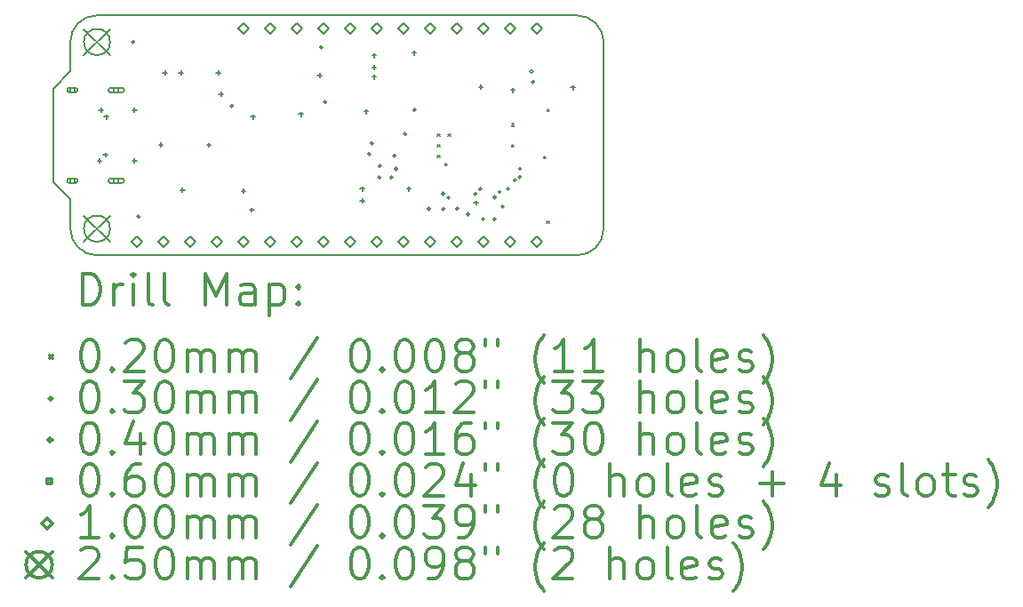
<source format=gbr>
%FSLAX45Y45*%
G04 Gerber Fmt 4.5, Leading zero omitted, Abs format (unit mm)*
G04 Created by KiCad (PCBNEW (5.1.7-0-10_14)) date 2020-10-21 09:18:24*
%MOMM*%
%LPD*%
G01*
G04 APERTURE LIST*
%TA.AperFunction,Profile*%
%ADD10C,0.150000*%
%TD*%
%ADD11C,0.200000*%
%ADD12C,0.300000*%
G04 APERTURE END LIST*
D10*
X12954000Y-10414000D02*
G75*
G02*
X12700000Y-10160000I0J254000D01*
G01*
X12700000Y-9880600D02*
X12700000Y-10160000D01*
X12534900Y-9715500D02*
X12700000Y-9880600D01*
X12534900Y-8826500D02*
X12534900Y-9715500D01*
X12534900Y-8826500D02*
X12700000Y-8661400D01*
X12700000Y-8382000D02*
X12700000Y-8661400D01*
X12700000Y-8382000D02*
G75*
G02*
X12954000Y-8128000I254000J0D01*
G01*
X17780000Y-10160000D02*
G75*
G02*
X17526000Y-10414000I-254000J0D01*
G01*
X17526000Y-8128000D02*
X12954000Y-8128000D01*
X17526000Y-8128000D02*
G75*
G02*
X17780000Y-8382000I0J-254000D01*
G01*
X12954000Y-10414000D02*
X17526000Y-10414000D01*
X17780000Y-10160000D02*
X17780000Y-8382000D01*
D11*
X16200000Y-9260000D02*
X16220000Y-9280000D01*
X16220000Y-9260000D02*
X16200000Y-9280000D01*
X16200000Y-9360000D02*
X16220000Y-9380000D01*
X16220000Y-9360000D02*
X16200000Y-9380000D01*
X16200000Y-9460000D02*
X16220000Y-9480000D01*
X16220000Y-9460000D02*
X16200000Y-9480000D01*
X16270000Y-9540000D02*
X16290000Y-9560000D01*
X16290000Y-9540000D02*
X16270000Y-9560000D01*
X16300000Y-9260000D02*
X16320000Y-9280000D01*
X16320000Y-9260000D02*
X16300000Y-9280000D01*
X16300000Y-9260000D02*
X16320000Y-9280000D01*
X16320000Y-9260000D02*
X16300000Y-9280000D01*
X16903000Y-9162000D02*
X16923000Y-9182000D01*
X16923000Y-9162000D02*
X16903000Y-9182000D01*
X16903000Y-9362000D02*
X16923000Y-9382000D01*
X16923000Y-9362000D02*
X16903000Y-9382000D01*
X17210000Y-9470000D02*
X17230000Y-9490000D01*
X17230000Y-9470000D02*
X17210000Y-9490000D01*
X17240000Y-10090000D02*
X17260000Y-10110000D01*
X17260000Y-10090000D02*
X17240000Y-10110000D01*
X17242000Y-9019000D02*
X17262000Y-9039000D01*
X17262000Y-9019000D02*
X17242000Y-9039000D01*
X13311900Y-8382000D02*
G75*
G03*
X13311900Y-8382000I-15000J0D01*
G01*
X13362700Y-10045700D02*
G75*
G03*
X13362700Y-10045700I-15000J0D01*
G01*
X14251700Y-8991600D02*
G75*
G03*
X14251700Y-8991600I-15000J0D01*
G01*
X15102600Y-8432800D02*
G75*
G03*
X15102600Y-8432800I-15000J0D01*
G01*
X15140700Y-8953500D02*
G75*
G03*
X15140700Y-8953500I-15000J0D01*
G01*
X15560387Y-9449388D02*
G75*
G03*
X15560387Y-9449388I-15000J0D01*
G01*
X15585200Y-9347200D02*
G75*
G03*
X15585200Y-9347200I-15000J0D01*
G01*
X15659251Y-9673101D02*
G75*
G03*
X15659251Y-9673101I-15000J0D01*
G01*
X15661389Y-9563089D02*
G75*
G03*
X15661389Y-9563089I-15000J0D01*
G01*
X15773896Y-9673407D02*
G75*
G03*
X15773896Y-9673407I-15000J0D01*
G01*
X15802616Y-9464319D02*
G75*
G03*
X15802616Y-9464319I-15000J0D01*
G01*
X15818897Y-9590323D02*
G75*
G03*
X15818897Y-9590323I-15000J0D01*
G01*
X15902700Y-9258300D02*
G75*
G03*
X15902700Y-9258300I-15000J0D01*
G01*
X15991600Y-9029699D02*
G75*
G03*
X15991600Y-9029699I-15000J0D01*
G01*
X16131300Y-9972498D02*
G75*
G03*
X16131300Y-9972498I-15000J0D01*
G01*
X16264992Y-9826290D02*
G75*
G03*
X16264992Y-9826290I-15000J0D01*
G01*
X16269320Y-9972498D02*
G75*
G03*
X16269320Y-9972498I-15000J0D01*
G01*
X16316352Y-9866132D02*
G75*
G03*
X16316352Y-9866132I-15000J0D01*
G01*
X16399917Y-9967994D02*
G75*
G03*
X16399917Y-9967994I-15000J0D01*
G01*
X16502481Y-10020764D02*
G75*
G03*
X16502481Y-10020764I-15000J0D01*
G01*
X16573548Y-9829879D02*
G75*
G03*
X16573548Y-9829879I-15000J0D01*
G01*
X16619310Y-9783716D02*
G75*
G03*
X16619310Y-9783716I-15000J0D01*
G01*
X16647729Y-10069498D02*
G75*
G03*
X16647729Y-10069498I-15000J0D01*
G01*
X16755000Y-10070000D02*
G75*
G03*
X16755000Y-10070000I-15000J0D01*
G01*
X16755867Y-9860867D02*
G75*
G03*
X16755867Y-9860867I-15000J0D01*
G01*
X16805000Y-9810000D02*
G75*
G03*
X16805000Y-9810000I-15000J0D01*
G01*
X16835000Y-9949999D02*
G75*
G03*
X16835000Y-9949999I-15000J0D01*
G01*
X16884650Y-9780350D02*
G75*
G03*
X16884650Y-9780350I-15000J0D01*
G01*
X16948098Y-9698554D02*
G75*
G03*
X16948098Y-9698554I-15000J0D01*
G01*
X16997598Y-9590000D02*
G75*
G03*
X16997598Y-9590000I-15000J0D01*
G01*
X16997598Y-9668906D02*
G75*
G03*
X16997598Y-9668906I-15000J0D01*
G01*
X17107800Y-8661400D02*
G75*
G03*
X17107800Y-8661400I-15000J0D01*
G01*
X17121900Y-8763000D02*
G75*
G03*
X17121900Y-8763000I-15000J0D01*
G01*
X12979401Y-9492301D02*
X12979401Y-9532301D01*
X12959401Y-9512301D02*
X12999401Y-9512301D01*
X12992100Y-9009700D02*
X12992100Y-9049700D01*
X12972100Y-9029700D02*
X13012100Y-9029700D01*
X13036551Y-9435151D02*
X13036551Y-9475151D01*
X13016551Y-9455151D02*
X13056551Y-9455151D01*
X13042900Y-9073201D02*
X13042900Y-9113201D01*
X13022900Y-9093201D02*
X13062900Y-9093201D01*
X13310000Y-9010000D02*
X13310000Y-9050000D01*
X13290000Y-9030000D02*
X13330000Y-9030000D01*
X13310000Y-9490000D02*
X13310000Y-9530000D01*
X13290000Y-9510000D02*
X13330000Y-9510000D01*
X13563600Y-9339900D02*
X13563600Y-9379900D01*
X13543600Y-9359900D02*
X13583600Y-9359900D01*
X13601700Y-8654100D02*
X13601700Y-8694100D01*
X13581700Y-8674100D02*
X13621700Y-8674100D01*
X13754100Y-8654100D02*
X13754100Y-8694100D01*
X13734100Y-8674100D02*
X13774100Y-8674100D01*
X13770000Y-9770000D02*
X13770000Y-9810000D01*
X13750000Y-9790000D02*
X13790000Y-9790000D01*
X14020800Y-9342701D02*
X14020800Y-9382701D01*
X14000800Y-9362701D02*
X14040800Y-9362701D01*
X14109700Y-8654100D02*
X14109700Y-8694100D01*
X14089700Y-8674100D02*
X14129700Y-8674100D01*
X14135100Y-8857300D02*
X14135100Y-8897300D01*
X14115100Y-8877300D02*
X14155100Y-8877300D01*
X14350000Y-9780000D02*
X14350000Y-9820000D01*
X14330000Y-9800000D02*
X14370000Y-9800000D01*
X14430000Y-9960000D02*
X14430000Y-10000000D01*
X14410000Y-9980000D02*
X14450000Y-9980000D01*
X14439900Y-9073200D02*
X14439900Y-9113200D01*
X14419900Y-9093200D02*
X14459900Y-9093200D01*
X14897100Y-9047800D02*
X14897100Y-9087800D01*
X14877100Y-9067800D02*
X14917100Y-9067800D01*
X15074900Y-8679500D02*
X15074900Y-8719500D01*
X15054900Y-8699500D02*
X15094900Y-8699500D01*
X15481300Y-9759000D02*
X15481300Y-9799000D01*
X15461300Y-9779000D02*
X15501300Y-9779000D01*
X15481300Y-9873300D02*
X15481300Y-9913300D01*
X15461300Y-9893300D02*
X15501300Y-9893300D01*
X15519400Y-9022400D02*
X15519400Y-9062400D01*
X15499400Y-9042400D02*
X15539400Y-9042400D01*
X15595600Y-8489000D02*
X15595600Y-8529000D01*
X15575600Y-8509000D02*
X15615600Y-8509000D01*
X15595600Y-8603300D02*
X15595600Y-8643300D01*
X15575600Y-8623300D02*
X15615600Y-8623300D01*
X15595600Y-8692200D02*
X15595600Y-8732200D01*
X15575600Y-8712200D02*
X15615600Y-8712200D01*
X15925800Y-9759000D02*
X15925800Y-9799000D01*
X15905800Y-9779000D02*
X15945800Y-9779000D01*
X15976600Y-8463600D02*
X15976600Y-8503600D01*
X15956600Y-8483600D02*
X15996600Y-8483600D01*
X16564335Y-9892177D02*
X16564335Y-9932177D01*
X16544335Y-9912177D02*
X16584335Y-9912177D01*
X16610000Y-8790000D02*
X16610000Y-8830000D01*
X16590000Y-8810000D02*
X16630000Y-8810000D01*
X16916400Y-8819200D02*
X16916400Y-8859200D01*
X16896400Y-8839200D02*
X16936400Y-8839200D01*
X17487900Y-8793800D02*
X17487900Y-8833800D01*
X17467900Y-8813800D02*
X17507900Y-8813800D01*
X12740713Y-8859813D02*
X12740713Y-8817387D01*
X12698287Y-8817387D01*
X12698287Y-8859813D01*
X12740713Y-8859813D01*
X12749500Y-8818600D02*
X12689500Y-8818600D01*
X12749500Y-8858600D02*
X12689500Y-8858600D01*
X12689500Y-8818600D02*
G75*
G03*
X12689500Y-8858600I0J-20000D01*
G01*
X12749500Y-8858600D02*
G75*
G03*
X12749500Y-8818600I0J20000D01*
G01*
X12740713Y-9723813D02*
X12740713Y-9681387D01*
X12698287Y-9681387D01*
X12698287Y-9723813D01*
X12740713Y-9723813D01*
X12749500Y-9682600D02*
X12689500Y-9682600D01*
X12749500Y-9722600D02*
X12689500Y-9722600D01*
X12689500Y-9682600D02*
G75*
G03*
X12689500Y-9722600I0J-20000D01*
G01*
X12749500Y-9722600D02*
G75*
G03*
X12749500Y-9682600I0J20000D01*
G01*
X13158713Y-8859813D02*
X13158713Y-8817387D01*
X13116287Y-8817387D01*
X13116287Y-8859813D01*
X13158713Y-8859813D01*
X13192500Y-8818600D02*
X13082500Y-8818600D01*
X13192500Y-8858600D02*
X13082500Y-8858600D01*
X13082500Y-8818600D02*
G75*
G03*
X13082500Y-8858600I0J-20000D01*
G01*
X13192500Y-8858600D02*
G75*
G03*
X13192500Y-8818600I0J20000D01*
G01*
X13158713Y-9723813D02*
X13158713Y-9681387D01*
X13116287Y-9681387D01*
X13116287Y-9723813D01*
X13158713Y-9723813D01*
X13192500Y-9682600D02*
X13082500Y-9682600D01*
X13192500Y-9722600D02*
X13082500Y-9722600D01*
X13082500Y-9682600D02*
G75*
G03*
X13082500Y-9722600I0J-20000D01*
G01*
X13192500Y-9722600D02*
G75*
G03*
X13192500Y-9682600I0J20000D01*
G01*
X13335000Y-10337000D02*
X13385000Y-10287000D01*
X13335000Y-10237000D01*
X13285000Y-10287000D01*
X13335000Y-10337000D01*
X13589000Y-10337000D02*
X13639000Y-10287000D01*
X13589000Y-10237000D01*
X13539000Y-10287000D01*
X13589000Y-10337000D01*
X13843000Y-10337000D02*
X13893000Y-10287000D01*
X13843000Y-10237000D01*
X13793000Y-10287000D01*
X13843000Y-10337000D01*
X14097000Y-10337000D02*
X14147000Y-10287000D01*
X14097000Y-10237000D01*
X14047000Y-10287000D01*
X14097000Y-10337000D01*
X14351000Y-10337000D02*
X14401000Y-10287000D01*
X14351000Y-10237000D01*
X14301000Y-10287000D01*
X14351000Y-10337000D01*
X14605000Y-10337000D02*
X14655000Y-10287000D01*
X14605000Y-10237000D01*
X14555000Y-10287000D01*
X14605000Y-10337000D01*
X14859000Y-10337000D02*
X14909000Y-10287000D01*
X14859000Y-10237000D01*
X14809000Y-10287000D01*
X14859000Y-10337000D01*
X15113000Y-10337000D02*
X15163000Y-10287000D01*
X15113000Y-10237000D01*
X15063000Y-10287000D01*
X15113000Y-10337000D01*
X15367000Y-10337000D02*
X15417000Y-10287000D01*
X15367000Y-10237000D01*
X15317000Y-10287000D01*
X15367000Y-10337000D01*
X15621000Y-10337000D02*
X15671000Y-10287000D01*
X15621000Y-10237000D01*
X15571000Y-10287000D01*
X15621000Y-10337000D01*
X15875000Y-10337000D02*
X15925000Y-10287000D01*
X15875000Y-10237000D01*
X15825000Y-10287000D01*
X15875000Y-10337000D01*
X16129000Y-10337000D02*
X16179000Y-10287000D01*
X16129000Y-10237000D01*
X16079000Y-10287000D01*
X16129000Y-10337000D01*
X16383000Y-10337000D02*
X16433000Y-10287000D01*
X16383000Y-10237000D01*
X16333000Y-10287000D01*
X16383000Y-10337000D01*
X16637000Y-10337000D02*
X16687000Y-10287000D01*
X16637000Y-10237000D01*
X16587000Y-10287000D01*
X16637000Y-10337000D01*
X16891000Y-10337000D02*
X16941000Y-10287000D01*
X16891000Y-10237000D01*
X16841000Y-10287000D01*
X16891000Y-10337000D01*
X17145000Y-10337000D02*
X17195000Y-10287000D01*
X17145000Y-10237000D01*
X17095000Y-10287000D01*
X17145000Y-10337000D01*
X14351000Y-8305000D02*
X14401000Y-8255000D01*
X14351000Y-8205000D01*
X14301000Y-8255000D01*
X14351000Y-8305000D01*
X14605000Y-8305000D02*
X14655000Y-8255000D01*
X14605000Y-8205000D01*
X14555000Y-8255000D01*
X14605000Y-8305000D01*
X14859000Y-8305000D02*
X14909000Y-8255000D01*
X14859000Y-8205000D01*
X14809000Y-8255000D01*
X14859000Y-8305000D01*
X15113000Y-8305000D02*
X15163000Y-8255000D01*
X15113000Y-8205000D01*
X15063000Y-8255000D01*
X15113000Y-8305000D01*
X15367000Y-8305000D02*
X15417000Y-8255000D01*
X15367000Y-8205000D01*
X15317000Y-8255000D01*
X15367000Y-8305000D01*
X15621000Y-8305000D02*
X15671000Y-8255000D01*
X15621000Y-8205000D01*
X15571000Y-8255000D01*
X15621000Y-8305000D01*
X15875000Y-8305000D02*
X15925000Y-8255000D01*
X15875000Y-8205000D01*
X15825000Y-8255000D01*
X15875000Y-8305000D01*
X16129000Y-8305000D02*
X16179000Y-8255000D01*
X16129000Y-8205000D01*
X16079000Y-8255000D01*
X16129000Y-8305000D01*
X16383000Y-8305000D02*
X16433000Y-8255000D01*
X16383000Y-8205000D01*
X16333000Y-8255000D01*
X16383000Y-8305000D01*
X16637000Y-8305000D02*
X16687000Y-8255000D01*
X16637000Y-8205000D01*
X16587000Y-8255000D01*
X16637000Y-8305000D01*
X16891000Y-8305000D02*
X16941000Y-8255000D01*
X16891000Y-8205000D01*
X16841000Y-8255000D01*
X16891000Y-8305000D01*
X17145000Y-8305000D02*
X17195000Y-8255000D01*
X17145000Y-8205000D01*
X17095000Y-8255000D01*
X17145000Y-8305000D01*
X12829000Y-8257000D02*
X13079000Y-8507000D01*
X13079000Y-8257000D02*
X12829000Y-8507000D01*
X13079000Y-8382000D02*
G75*
G03*
X13079000Y-8382000I-125000J0D01*
G01*
X12829000Y-10035000D02*
X13079000Y-10285000D01*
X13079000Y-10035000D02*
X12829000Y-10285000D01*
X13079000Y-10160000D02*
G75*
G03*
X13079000Y-10160000I-125000J0D01*
G01*
D12*
X12813828Y-10887214D02*
X12813828Y-10587214D01*
X12885257Y-10587214D01*
X12928114Y-10601500D01*
X12956686Y-10630072D01*
X12970971Y-10658643D01*
X12985257Y-10715786D01*
X12985257Y-10758643D01*
X12970971Y-10815786D01*
X12956686Y-10844357D01*
X12928114Y-10872929D01*
X12885257Y-10887214D01*
X12813828Y-10887214D01*
X13113828Y-10887214D02*
X13113828Y-10687214D01*
X13113828Y-10744357D02*
X13128114Y-10715786D01*
X13142400Y-10701500D01*
X13170971Y-10687214D01*
X13199543Y-10687214D01*
X13299543Y-10887214D02*
X13299543Y-10687214D01*
X13299543Y-10587214D02*
X13285257Y-10601500D01*
X13299543Y-10615786D01*
X13313828Y-10601500D01*
X13299543Y-10587214D01*
X13299543Y-10615786D01*
X13485257Y-10887214D02*
X13456686Y-10872929D01*
X13442400Y-10844357D01*
X13442400Y-10587214D01*
X13642400Y-10887214D02*
X13613828Y-10872929D01*
X13599543Y-10844357D01*
X13599543Y-10587214D01*
X13985257Y-10887214D02*
X13985257Y-10587214D01*
X14085257Y-10801500D01*
X14185257Y-10587214D01*
X14185257Y-10887214D01*
X14456686Y-10887214D02*
X14456686Y-10730072D01*
X14442400Y-10701500D01*
X14413828Y-10687214D01*
X14356686Y-10687214D01*
X14328114Y-10701500D01*
X14456686Y-10872929D02*
X14428114Y-10887214D01*
X14356686Y-10887214D01*
X14328114Y-10872929D01*
X14313828Y-10844357D01*
X14313828Y-10815786D01*
X14328114Y-10787214D01*
X14356686Y-10772929D01*
X14428114Y-10772929D01*
X14456686Y-10758643D01*
X14599543Y-10687214D02*
X14599543Y-10987214D01*
X14599543Y-10701500D02*
X14628114Y-10687214D01*
X14685257Y-10687214D01*
X14713828Y-10701500D01*
X14728114Y-10715786D01*
X14742400Y-10744357D01*
X14742400Y-10830072D01*
X14728114Y-10858643D01*
X14713828Y-10872929D01*
X14685257Y-10887214D01*
X14628114Y-10887214D01*
X14599543Y-10872929D01*
X14870971Y-10858643D02*
X14885257Y-10872929D01*
X14870971Y-10887214D01*
X14856686Y-10872929D01*
X14870971Y-10858643D01*
X14870971Y-10887214D01*
X14870971Y-10701500D02*
X14885257Y-10715786D01*
X14870971Y-10730072D01*
X14856686Y-10715786D01*
X14870971Y-10701500D01*
X14870971Y-10730072D01*
X12507400Y-11371500D02*
X12527400Y-11391500D01*
X12527400Y-11371500D02*
X12507400Y-11391500D01*
X12870971Y-11217214D02*
X12899543Y-11217214D01*
X12928114Y-11231500D01*
X12942400Y-11245786D01*
X12956686Y-11274357D01*
X12970971Y-11331500D01*
X12970971Y-11402929D01*
X12956686Y-11460071D01*
X12942400Y-11488643D01*
X12928114Y-11502929D01*
X12899543Y-11517214D01*
X12870971Y-11517214D01*
X12842400Y-11502929D01*
X12828114Y-11488643D01*
X12813828Y-11460071D01*
X12799543Y-11402929D01*
X12799543Y-11331500D01*
X12813828Y-11274357D01*
X12828114Y-11245786D01*
X12842400Y-11231500D01*
X12870971Y-11217214D01*
X13099543Y-11488643D02*
X13113828Y-11502929D01*
X13099543Y-11517214D01*
X13085257Y-11502929D01*
X13099543Y-11488643D01*
X13099543Y-11517214D01*
X13228114Y-11245786D02*
X13242400Y-11231500D01*
X13270971Y-11217214D01*
X13342400Y-11217214D01*
X13370971Y-11231500D01*
X13385257Y-11245786D01*
X13399543Y-11274357D01*
X13399543Y-11302929D01*
X13385257Y-11345786D01*
X13213828Y-11517214D01*
X13399543Y-11517214D01*
X13585257Y-11217214D02*
X13613828Y-11217214D01*
X13642400Y-11231500D01*
X13656686Y-11245786D01*
X13670971Y-11274357D01*
X13685257Y-11331500D01*
X13685257Y-11402929D01*
X13670971Y-11460071D01*
X13656686Y-11488643D01*
X13642400Y-11502929D01*
X13613828Y-11517214D01*
X13585257Y-11517214D01*
X13556686Y-11502929D01*
X13542400Y-11488643D01*
X13528114Y-11460071D01*
X13513828Y-11402929D01*
X13513828Y-11331500D01*
X13528114Y-11274357D01*
X13542400Y-11245786D01*
X13556686Y-11231500D01*
X13585257Y-11217214D01*
X13813828Y-11517214D02*
X13813828Y-11317214D01*
X13813828Y-11345786D02*
X13828114Y-11331500D01*
X13856686Y-11317214D01*
X13899543Y-11317214D01*
X13928114Y-11331500D01*
X13942400Y-11360071D01*
X13942400Y-11517214D01*
X13942400Y-11360071D02*
X13956686Y-11331500D01*
X13985257Y-11317214D01*
X14028114Y-11317214D01*
X14056686Y-11331500D01*
X14070971Y-11360071D01*
X14070971Y-11517214D01*
X14213828Y-11517214D02*
X14213828Y-11317214D01*
X14213828Y-11345786D02*
X14228114Y-11331500D01*
X14256686Y-11317214D01*
X14299543Y-11317214D01*
X14328114Y-11331500D01*
X14342400Y-11360071D01*
X14342400Y-11517214D01*
X14342400Y-11360071D02*
X14356686Y-11331500D01*
X14385257Y-11317214D01*
X14428114Y-11317214D01*
X14456686Y-11331500D01*
X14470971Y-11360071D01*
X14470971Y-11517214D01*
X15056686Y-11202929D02*
X14799543Y-11588643D01*
X15442400Y-11217214D02*
X15470971Y-11217214D01*
X15499543Y-11231500D01*
X15513828Y-11245786D01*
X15528114Y-11274357D01*
X15542400Y-11331500D01*
X15542400Y-11402929D01*
X15528114Y-11460071D01*
X15513828Y-11488643D01*
X15499543Y-11502929D01*
X15470971Y-11517214D01*
X15442400Y-11517214D01*
X15413828Y-11502929D01*
X15399543Y-11488643D01*
X15385257Y-11460071D01*
X15370971Y-11402929D01*
X15370971Y-11331500D01*
X15385257Y-11274357D01*
X15399543Y-11245786D01*
X15413828Y-11231500D01*
X15442400Y-11217214D01*
X15670971Y-11488643D02*
X15685257Y-11502929D01*
X15670971Y-11517214D01*
X15656686Y-11502929D01*
X15670971Y-11488643D01*
X15670971Y-11517214D01*
X15870971Y-11217214D02*
X15899543Y-11217214D01*
X15928114Y-11231500D01*
X15942400Y-11245786D01*
X15956686Y-11274357D01*
X15970971Y-11331500D01*
X15970971Y-11402929D01*
X15956686Y-11460071D01*
X15942400Y-11488643D01*
X15928114Y-11502929D01*
X15899543Y-11517214D01*
X15870971Y-11517214D01*
X15842400Y-11502929D01*
X15828114Y-11488643D01*
X15813828Y-11460071D01*
X15799543Y-11402929D01*
X15799543Y-11331500D01*
X15813828Y-11274357D01*
X15828114Y-11245786D01*
X15842400Y-11231500D01*
X15870971Y-11217214D01*
X16156686Y-11217214D02*
X16185257Y-11217214D01*
X16213828Y-11231500D01*
X16228114Y-11245786D01*
X16242400Y-11274357D01*
X16256686Y-11331500D01*
X16256686Y-11402929D01*
X16242400Y-11460071D01*
X16228114Y-11488643D01*
X16213828Y-11502929D01*
X16185257Y-11517214D01*
X16156686Y-11517214D01*
X16128114Y-11502929D01*
X16113828Y-11488643D01*
X16099543Y-11460071D01*
X16085257Y-11402929D01*
X16085257Y-11331500D01*
X16099543Y-11274357D01*
X16113828Y-11245786D01*
X16128114Y-11231500D01*
X16156686Y-11217214D01*
X16428114Y-11345786D02*
X16399543Y-11331500D01*
X16385257Y-11317214D01*
X16370971Y-11288643D01*
X16370971Y-11274357D01*
X16385257Y-11245786D01*
X16399543Y-11231500D01*
X16428114Y-11217214D01*
X16485257Y-11217214D01*
X16513828Y-11231500D01*
X16528114Y-11245786D01*
X16542400Y-11274357D01*
X16542400Y-11288643D01*
X16528114Y-11317214D01*
X16513828Y-11331500D01*
X16485257Y-11345786D01*
X16428114Y-11345786D01*
X16399543Y-11360071D01*
X16385257Y-11374357D01*
X16370971Y-11402929D01*
X16370971Y-11460071D01*
X16385257Y-11488643D01*
X16399543Y-11502929D01*
X16428114Y-11517214D01*
X16485257Y-11517214D01*
X16513828Y-11502929D01*
X16528114Y-11488643D01*
X16542400Y-11460071D01*
X16542400Y-11402929D01*
X16528114Y-11374357D01*
X16513828Y-11360071D01*
X16485257Y-11345786D01*
X16656686Y-11217214D02*
X16656686Y-11274357D01*
X16770971Y-11217214D02*
X16770971Y-11274357D01*
X17213828Y-11631500D02*
X17199543Y-11617214D01*
X17170971Y-11574357D01*
X17156686Y-11545786D01*
X17142400Y-11502929D01*
X17128114Y-11431500D01*
X17128114Y-11374357D01*
X17142400Y-11302929D01*
X17156686Y-11260071D01*
X17170971Y-11231500D01*
X17199543Y-11188643D01*
X17213828Y-11174357D01*
X17485257Y-11517214D02*
X17313828Y-11517214D01*
X17399543Y-11517214D02*
X17399543Y-11217214D01*
X17370971Y-11260071D01*
X17342400Y-11288643D01*
X17313828Y-11302929D01*
X17770971Y-11517214D02*
X17599543Y-11517214D01*
X17685257Y-11517214D02*
X17685257Y-11217214D01*
X17656686Y-11260071D01*
X17628114Y-11288643D01*
X17599543Y-11302929D01*
X18128114Y-11517214D02*
X18128114Y-11217214D01*
X18256686Y-11517214D02*
X18256686Y-11360071D01*
X18242400Y-11331500D01*
X18213828Y-11317214D01*
X18170971Y-11317214D01*
X18142400Y-11331500D01*
X18128114Y-11345786D01*
X18442400Y-11517214D02*
X18413828Y-11502929D01*
X18399543Y-11488643D01*
X18385257Y-11460071D01*
X18385257Y-11374357D01*
X18399543Y-11345786D01*
X18413828Y-11331500D01*
X18442400Y-11317214D01*
X18485257Y-11317214D01*
X18513828Y-11331500D01*
X18528114Y-11345786D01*
X18542400Y-11374357D01*
X18542400Y-11460071D01*
X18528114Y-11488643D01*
X18513828Y-11502929D01*
X18485257Y-11517214D01*
X18442400Y-11517214D01*
X18713828Y-11517214D02*
X18685257Y-11502929D01*
X18670971Y-11474357D01*
X18670971Y-11217214D01*
X18942400Y-11502929D02*
X18913828Y-11517214D01*
X18856686Y-11517214D01*
X18828114Y-11502929D01*
X18813828Y-11474357D01*
X18813828Y-11360071D01*
X18828114Y-11331500D01*
X18856686Y-11317214D01*
X18913828Y-11317214D01*
X18942400Y-11331500D01*
X18956686Y-11360071D01*
X18956686Y-11388643D01*
X18813828Y-11417214D01*
X19070971Y-11502929D02*
X19099543Y-11517214D01*
X19156686Y-11517214D01*
X19185257Y-11502929D01*
X19199543Y-11474357D01*
X19199543Y-11460071D01*
X19185257Y-11431500D01*
X19156686Y-11417214D01*
X19113828Y-11417214D01*
X19085257Y-11402929D01*
X19070971Y-11374357D01*
X19070971Y-11360071D01*
X19085257Y-11331500D01*
X19113828Y-11317214D01*
X19156686Y-11317214D01*
X19185257Y-11331500D01*
X19299543Y-11631500D02*
X19313828Y-11617214D01*
X19342400Y-11574357D01*
X19356686Y-11545786D01*
X19370971Y-11502929D01*
X19385257Y-11431500D01*
X19385257Y-11374357D01*
X19370971Y-11302929D01*
X19356686Y-11260071D01*
X19342400Y-11231500D01*
X19313828Y-11188643D01*
X19299543Y-11174357D01*
X12527400Y-11777500D02*
G75*
G03*
X12527400Y-11777500I-15000J0D01*
G01*
X12870971Y-11613214D02*
X12899543Y-11613214D01*
X12928114Y-11627500D01*
X12942400Y-11641786D01*
X12956686Y-11670357D01*
X12970971Y-11727500D01*
X12970971Y-11798929D01*
X12956686Y-11856071D01*
X12942400Y-11884643D01*
X12928114Y-11898929D01*
X12899543Y-11913214D01*
X12870971Y-11913214D01*
X12842400Y-11898929D01*
X12828114Y-11884643D01*
X12813828Y-11856071D01*
X12799543Y-11798929D01*
X12799543Y-11727500D01*
X12813828Y-11670357D01*
X12828114Y-11641786D01*
X12842400Y-11627500D01*
X12870971Y-11613214D01*
X13099543Y-11884643D02*
X13113828Y-11898929D01*
X13099543Y-11913214D01*
X13085257Y-11898929D01*
X13099543Y-11884643D01*
X13099543Y-11913214D01*
X13213828Y-11613214D02*
X13399543Y-11613214D01*
X13299543Y-11727500D01*
X13342400Y-11727500D01*
X13370971Y-11741786D01*
X13385257Y-11756071D01*
X13399543Y-11784643D01*
X13399543Y-11856071D01*
X13385257Y-11884643D01*
X13370971Y-11898929D01*
X13342400Y-11913214D01*
X13256686Y-11913214D01*
X13228114Y-11898929D01*
X13213828Y-11884643D01*
X13585257Y-11613214D02*
X13613828Y-11613214D01*
X13642400Y-11627500D01*
X13656686Y-11641786D01*
X13670971Y-11670357D01*
X13685257Y-11727500D01*
X13685257Y-11798929D01*
X13670971Y-11856071D01*
X13656686Y-11884643D01*
X13642400Y-11898929D01*
X13613828Y-11913214D01*
X13585257Y-11913214D01*
X13556686Y-11898929D01*
X13542400Y-11884643D01*
X13528114Y-11856071D01*
X13513828Y-11798929D01*
X13513828Y-11727500D01*
X13528114Y-11670357D01*
X13542400Y-11641786D01*
X13556686Y-11627500D01*
X13585257Y-11613214D01*
X13813828Y-11913214D02*
X13813828Y-11713214D01*
X13813828Y-11741786D02*
X13828114Y-11727500D01*
X13856686Y-11713214D01*
X13899543Y-11713214D01*
X13928114Y-11727500D01*
X13942400Y-11756071D01*
X13942400Y-11913214D01*
X13942400Y-11756071D02*
X13956686Y-11727500D01*
X13985257Y-11713214D01*
X14028114Y-11713214D01*
X14056686Y-11727500D01*
X14070971Y-11756071D01*
X14070971Y-11913214D01*
X14213828Y-11913214D02*
X14213828Y-11713214D01*
X14213828Y-11741786D02*
X14228114Y-11727500D01*
X14256686Y-11713214D01*
X14299543Y-11713214D01*
X14328114Y-11727500D01*
X14342400Y-11756071D01*
X14342400Y-11913214D01*
X14342400Y-11756071D02*
X14356686Y-11727500D01*
X14385257Y-11713214D01*
X14428114Y-11713214D01*
X14456686Y-11727500D01*
X14470971Y-11756071D01*
X14470971Y-11913214D01*
X15056686Y-11598929D02*
X14799543Y-11984643D01*
X15442400Y-11613214D02*
X15470971Y-11613214D01*
X15499543Y-11627500D01*
X15513828Y-11641786D01*
X15528114Y-11670357D01*
X15542400Y-11727500D01*
X15542400Y-11798929D01*
X15528114Y-11856071D01*
X15513828Y-11884643D01*
X15499543Y-11898929D01*
X15470971Y-11913214D01*
X15442400Y-11913214D01*
X15413828Y-11898929D01*
X15399543Y-11884643D01*
X15385257Y-11856071D01*
X15370971Y-11798929D01*
X15370971Y-11727500D01*
X15385257Y-11670357D01*
X15399543Y-11641786D01*
X15413828Y-11627500D01*
X15442400Y-11613214D01*
X15670971Y-11884643D02*
X15685257Y-11898929D01*
X15670971Y-11913214D01*
X15656686Y-11898929D01*
X15670971Y-11884643D01*
X15670971Y-11913214D01*
X15870971Y-11613214D02*
X15899543Y-11613214D01*
X15928114Y-11627500D01*
X15942400Y-11641786D01*
X15956686Y-11670357D01*
X15970971Y-11727500D01*
X15970971Y-11798929D01*
X15956686Y-11856071D01*
X15942400Y-11884643D01*
X15928114Y-11898929D01*
X15899543Y-11913214D01*
X15870971Y-11913214D01*
X15842400Y-11898929D01*
X15828114Y-11884643D01*
X15813828Y-11856071D01*
X15799543Y-11798929D01*
X15799543Y-11727500D01*
X15813828Y-11670357D01*
X15828114Y-11641786D01*
X15842400Y-11627500D01*
X15870971Y-11613214D01*
X16256686Y-11913214D02*
X16085257Y-11913214D01*
X16170971Y-11913214D02*
X16170971Y-11613214D01*
X16142400Y-11656071D01*
X16113828Y-11684643D01*
X16085257Y-11698929D01*
X16370971Y-11641786D02*
X16385257Y-11627500D01*
X16413828Y-11613214D01*
X16485257Y-11613214D01*
X16513828Y-11627500D01*
X16528114Y-11641786D01*
X16542400Y-11670357D01*
X16542400Y-11698929D01*
X16528114Y-11741786D01*
X16356686Y-11913214D01*
X16542400Y-11913214D01*
X16656686Y-11613214D02*
X16656686Y-11670357D01*
X16770971Y-11613214D02*
X16770971Y-11670357D01*
X17213828Y-12027500D02*
X17199543Y-12013214D01*
X17170971Y-11970357D01*
X17156686Y-11941786D01*
X17142400Y-11898929D01*
X17128114Y-11827500D01*
X17128114Y-11770357D01*
X17142400Y-11698929D01*
X17156686Y-11656071D01*
X17170971Y-11627500D01*
X17199543Y-11584643D01*
X17213828Y-11570357D01*
X17299543Y-11613214D02*
X17485257Y-11613214D01*
X17385257Y-11727500D01*
X17428114Y-11727500D01*
X17456686Y-11741786D01*
X17470971Y-11756071D01*
X17485257Y-11784643D01*
X17485257Y-11856071D01*
X17470971Y-11884643D01*
X17456686Y-11898929D01*
X17428114Y-11913214D01*
X17342400Y-11913214D01*
X17313828Y-11898929D01*
X17299543Y-11884643D01*
X17585257Y-11613214D02*
X17770971Y-11613214D01*
X17670971Y-11727500D01*
X17713828Y-11727500D01*
X17742400Y-11741786D01*
X17756686Y-11756071D01*
X17770971Y-11784643D01*
X17770971Y-11856071D01*
X17756686Y-11884643D01*
X17742400Y-11898929D01*
X17713828Y-11913214D01*
X17628114Y-11913214D01*
X17599543Y-11898929D01*
X17585257Y-11884643D01*
X18128114Y-11913214D02*
X18128114Y-11613214D01*
X18256686Y-11913214D02*
X18256686Y-11756071D01*
X18242400Y-11727500D01*
X18213828Y-11713214D01*
X18170971Y-11713214D01*
X18142400Y-11727500D01*
X18128114Y-11741786D01*
X18442400Y-11913214D02*
X18413828Y-11898929D01*
X18399543Y-11884643D01*
X18385257Y-11856071D01*
X18385257Y-11770357D01*
X18399543Y-11741786D01*
X18413828Y-11727500D01*
X18442400Y-11713214D01*
X18485257Y-11713214D01*
X18513828Y-11727500D01*
X18528114Y-11741786D01*
X18542400Y-11770357D01*
X18542400Y-11856071D01*
X18528114Y-11884643D01*
X18513828Y-11898929D01*
X18485257Y-11913214D01*
X18442400Y-11913214D01*
X18713828Y-11913214D02*
X18685257Y-11898929D01*
X18670971Y-11870357D01*
X18670971Y-11613214D01*
X18942400Y-11898929D02*
X18913828Y-11913214D01*
X18856686Y-11913214D01*
X18828114Y-11898929D01*
X18813828Y-11870357D01*
X18813828Y-11756071D01*
X18828114Y-11727500D01*
X18856686Y-11713214D01*
X18913828Y-11713214D01*
X18942400Y-11727500D01*
X18956686Y-11756071D01*
X18956686Y-11784643D01*
X18813828Y-11813214D01*
X19070971Y-11898929D02*
X19099543Y-11913214D01*
X19156686Y-11913214D01*
X19185257Y-11898929D01*
X19199543Y-11870357D01*
X19199543Y-11856071D01*
X19185257Y-11827500D01*
X19156686Y-11813214D01*
X19113828Y-11813214D01*
X19085257Y-11798929D01*
X19070971Y-11770357D01*
X19070971Y-11756071D01*
X19085257Y-11727500D01*
X19113828Y-11713214D01*
X19156686Y-11713214D01*
X19185257Y-11727500D01*
X19299543Y-12027500D02*
X19313828Y-12013214D01*
X19342400Y-11970357D01*
X19356686Y-11941786D01*
X19370971Y-11898929D01*
X19385257Y-11827500D01*
X19385257Y-11770357D01*
X19370971Y-11698929D01*
X19356686Y-11656071D01*
X19342400Y-11627500D01*
X19313828Y-11584643D01*
X19299543Y-11570357D01*
X12507400Y-12153500D02*
X12507400Y-12193500D01*
X12487400Y-12173500D02*
X12527400Y-12173500D01*
X12870971Y-12009214D02*
X12899543Y-12009214D01*
X12928114Y-12023500D01*
X12942400Y-12037786D01*
X12956686Y-12066357D01*
X12970971Y-12123500D01*
X12970971Y-12194929D01*
X12956686Y-12252071D01*
X12942400Y-12280643D01*
X12928114Y-12294929D01*
X12899543Y-12309214D01*
X12870971Y-12309214D01*
X12842400Y-12294929D01*
X12828114Y-12280643D01*
X12813828Y-12252071D01*
X12799543Y-12194929D01*
X12799543Y-12123500D01*
X12813828Y-12066357D01*
X12828114Y-12037786D01*
X12842400Y-12023500D01*
X12870971Y-12009214D01*
X13099543Y-12280643D02*
X13113828Y-12294929D01*
X13099543Y-12309214D01*
X13085257Y-12294929D01*
X13099543Y-12280643D01*
X13099543Y-12309214D01*
X13370971Y-12109214D02*
X13370971Y-12309214D01*
X13299543Y-11994929D02*
X13228114Y-12209214D01*
X13413828Y-12209214D01*
X13585257Y-12009214D02*
X13613828Y-12009214D01*
X13642400Y-12023500D01*
X13656686Y-12037786D01*
X13670971Y-12066357D01*
X13685257Y-12123500D01*
X13685257Y-12194929D01*
X13670971Y-12252071D01*
X13656686Y-12280643D01*
X13642400Y-12294929D01*
X13613828Y-12309214D01*
X13585257Y-12309214D01*
X13556686Y-12294929D01*
X13542400Y-12280643D01*
X13528114Y-12252071D01*
X13513828Y-12194929D01*
X13513828Y-12123500D01*
X13528114Y-12066357D01*
X13542400Y-12037786D01*
X13556686Y-12023500D01*
X13585257Y-12009214D01*
X13813828Y-12309214D02*
X13813828Y-12109214D01*
X13813828Y-12137786D02*
X13828114Y-12123500D01*
X13856686Y-12109214D01*
X13899543Y-12109214D01*
X13928114Y-12123500D01*
X13942400Y-12152071D01*
X13942400Y-12309214D01*
X13942400Y-12152071D02*
X13956686Y-12123500D01*
X13985257Y-12109214D01*
X14028114Y-12109214D01*
X14056686Y-12123500D01*
X14070971Y-12152071D01*
X14070971Y-12309214D01*
X14213828Y-12309214D02*
X14213828Y-12109214D01*
X14213828Y-12137786D02*
X14228114Y-12123500D01*
X14256686Y-12109214D01*
X14299543Y-12109214D01*
X14328114Y-12123500D01*
X14342400Y-12152071D01*
X14342400Y-12309214D01*
X14342400Y-12152071D02*
X14356686Y-12123500D01*
X14385257Y-12109214D01*
X14428114Y-12109214D01*
X14456686Y-12123500D01*
X14470971Y-12152071D01*
X14470971Y-12309214D01*
X15056686Y-11994929D02*
X14799543Y-12380643D01*
X15442400Y-12009214D02*
X15470971Y-12009214D01*
X15499543Y-12023500D01*
X15513828Y-12037786D01*
X15528114Y-12066357D01*
X15542400Y-12123500D01*
X15542400Y-12194929D01*
X15528114Y-12252071D01*
X15513828Y-12280643D01*
X15499543Y-12294929D01*
X15470971Y-12309214D01*
X15442400Y-12309214D01*
X15413828Y-12294929D01*
X15399543Y-12280643D01*
X15385257Y-12252071D01*
X15370971Y-12194929D01*
X15370971Y-12123500D01*
X15385257Y-12066357D01*
X15399543Y-12037786D01*
X15413828Y-12023500D01*
X15442400Y-12009214D01*
X15670971Y-12280643D02*
X15685257Y-12294929D01*
X15670971Y-12309214D01*
X15656686Y-12294929D01*
X15670971Y-12280643D01*
X15670971Y-12309214D01*
X15870971Y-12009214D02*
X15899543Y-12009214D01*
X15928114Y-12023500D01*
X15942400Y-12037786D01*
X15956686Y-12066357D01*
X15970971Y-12123500D01*
X15970971Y-12194929D01*
X15956686Y-12252071D01*
X15942400Y-12280643D01*
X15928114Y-12294929D01*
X15899543Y-12309214D01*
X15870971Y-12309214D01*
X15842400Y-12294929D01*
X15828114Y-12280643D01*
X15813828Y-12252071D01*
X15799543Y-12194929D01*
X15799543Y-12123500D01*
X15813828Y-12066357D01*
X15828114Y-12037786D01*
X15842400Y-12023500D01*
X15870971Y-12009214D01*
X16256686Y-12309214D02*
X16085257Y-12309214D01*
X16170971Y-12309214D02*
X16170971Y-12009214D01*
X16142400Y-12052071D01*
X16113828Y-12080643D01*
X16085257Y-12094929D01*
X16513828Y-12009214D02*
X16456686Y-12009214D01*
X16428114Y-12023500D01*
X16413828Y-12037786D01*
X16385257Y-12080643D01*
X16370971Y-12137786D01*
X16370971Y-12252071D01*
X16385257Y-12280643D01*
X16399543Y-12294929D01*
X16428114Y-12309214D01*
X16485257Y-12309214D01*
X16513828Y-12294929D01*
X16528114Y-12280643D01*
X16542400Y-12252071D01*
X16542400Y-12180643D01*
X16528114Y-12152071D01*
X16513828Y-12137786D01*
X16485257Y-12123500D01*
X16428114Y-12123500D01*
X16399543Y-12137786D01*
X16385257Y-12152071D01*
X16370971Y-12180643D01*
X16656686Y-12009214D02*
X16656686Y-12066357D01*
X16770971Y-12009214D02*
X16770971Y-12066357D01*
X17213828Y-12423500D02*
X17199543Y-12409214D01*
X17170971Y-12366357D01*
X17156686Y-12337786D01*
X17142400Y-12294929D01*
X17128114Y-12223500D01*
X17128114Y-12166357D01*
X17142400Y-12094929D01*
X17156686Y-12052071D01*
X17170971Y-12023500D01*
X17199543Y-11980643D01*
X17213828Y-11966357D01*
X17299543Y-12009214D02*
X17485257Y-12009214D01*
X17385257Y-12123500D01*
X17428114Y-12123500D01*
X17456686Y-12137786D01*
X17470971Y-12152071D01*
X17485257Y-12180643D01*
X17485257Y-12252071D01*
X17470971Y-12280643D01*
X17456686Y-12294929D01*
X17428114Y-12309214D01*
X17342400Y-12309214D01*
X17313828Y-12294929D01*
X17299543Y-12280643D01*
X17670971Y-12009214D02*
X17699543Y-12009214D01*
X17728114Y-12023500D01*
X17742400Y-12037786D01*
X17756686Y-12066357D01*
X17770971Y-12123500D01*
X17770971Y-12194929D01*
X17756686Y-12252071D01*
X17742400Y-12280643D01*
X17728114Y-12294929D01*
X17699543Y-12309214D01*
X17670971Y-12309214D01*
X17642400Y-12294929D01*
X17628114Y-12280643D01*
X17613828Y-12252071D01*
X17599543Y-12194929D01*
X17599543Y-12123500D01*
X17613828Y-12066357D01*
X17628114Y-12037786D01*
X17642400Y-12023500D01*
X17670971Y-12009214D01*
X18128114Y-12309214D02*
X18128114Y-12009214D01*
X18256686Y-12309214D02*
X18256686Y-12152071D01*
X18242400Y-12123500D01*
X18213828Y-12109214D01*
X18170971Y-12109214D01*
X18142400Y-12123500D01*
X18128114Y-12137786D01*
X18442400Y-12309214D02*
X18413828Y-12294929D01*
X18399543Y-12280643D01*
X18385257Y-12252071D01*
X18385257Y-12166357D01*
X18399543Y-12137786D01*
X18413828Y-12123500D01*
X18442400Y-12109214D01*
X18485257Y-12109214D01*
X18513828Y-12123500D01*
X18528114Y-12137786D01*
X18542400Y-12166357D01*
X18542400Y-12252071D01*
X18528114Y-12280643D01*
X18513828Y-12294929D01*
X18485257Y-12309214D01*
X18442400Y-12309214D01*
X18713828Y-12309214D02*
X18685257Y-12294929D01*
X18670971Y-12266357D01*
X18670971Y-12009214D01*
X18942400Y-12294929D02*
X18913828Y-12309214D01*
X18856686Y-12309214D01*
X18828114Y-12294929D01*
X18813828Y-12266357D01*
X18813828Y-12152071D01*
X18828114Y-12123500D01*
X18856686Y-12109214D01*
X18913828Y-12109214D01*
X18942400Y-12123500D01*
X18956686Y-12152071D01*
X18956686Y-12180643D01*
X18813828Y-12209214D01*
X19070971Y-12294929D02*
X19099543Y-12309214D01*
X19156686Y-12309214D01*
X19185257Y-12294929D01*
X19199543Y-12266357D01*
X19199543Y-12252071D01*
X19185257Y-12223500D01*
X19156686Y-12209214D01*
X19113828Y-12209214D01*
X19085257Y-12194929D01*
X19070971Y-12166357D01*
X19070971Y-12152071D01*
X19085257Y-12123500D01*
X19113828Y-12109214D01*
X19156686Y-12109214D01*
X19185257Y-12123500D01*
X19299543Y-12423500D02*
X19313828Y-12409214D01*
X19342400Y-12366357D01*
X19356686Y-12337786D01*
X19370971Y-12294929D01*
X19385257Y-12223500D01*
X19385257Y-12166357D01*
X19370971Y-12094929D01*
X19356686Y-12052071D01*
X19342400Y-12023500D01*
X19313828Y-11980643D01*
X19299543Y-11966357D01*
X12518613Y-12590713D02*
X12518613Y-12548287D01*
X12476186Y-12548287D01*
X12476186Y-12590713D01*
X12518613Y-12590713D01*
X12870971Y-12405214D02*
X12899543Y-12405214D01*
X12928114Y-12419500D01*
X12942400Y-12433786D01*
X12956686Y-12462357D01*
X12970971Y-12519500D01*
X12970971Y-12590929D01*
X12956686Y-12648071D01*
X12942400Y-12676643D01*
X12928114Y-12690929D01*
X12899543Y-12705214D01*
X12870971Y-12705214D01*
X12842400Y-12690929D01*
X12828114Y-12676643D01*
X12813828Y-12648071D01*
X12799543Y-12590929D01*
X12799543Y-12519500D01*
X12813828Y-12462357D01*
X12828114Y-12433786D01*
X12842400Y-12419500D01*
X12870971Y-12405214D01*
X13099543Y-12676643D02*
X13113828Y-12690929D01*
X13099543Y-12705214D01*
X13085257Y-12690929D01*
X13099543Y-12676643D01*
X13099543Y-12705214D01*
X13370971Y-12405214D02*
X13313828Y-12405214D01*
X13285257Y-12419500D01*
X13270971Y-12433786D01*
X13242400Y-12476643D01*
X13228114Y-12533786D01*
X13228114Y-12648071D01*
X13242400Y-12676643D01*
X13256686Y-12690929D01*
X13285257Y-12705214D01*
X13342400Y-12705214D01*
X13370971Y-12690929D01*
X13385257Y-12676643D01*
X13399543Y-12648071D01*
X13399543Y-12576643D01*
X13385257Y-12548071D01*
X13370971Y-12533786D01*
X13342400Y-12519500D01*
X13285257Y-12519500D01*
X13256686Y-12533786D01*
X13242400Y-12548071D01*
X13228114Y-12576643D01*
X13585257Y-12405214D02*
X13613828Y-12405214D01*
X13642400Y-12419500D01*
X13656686Y-12433786D01*
X13670971Y-12462357D01*
X13685257Y-12519500D01*
X13685257Y-12590929D01*
X13670971Y-12648071D01*
X13656686Y-12676643D01*
X13642400Y-12690929D01*
X13613828Y-12705214D01*
X13585257Y-12705214D01*
X13556686Y-12690929D01*
X13542400Y-12676643D01*
X13528114Y-12648071D01*
X13513828Y-12590929D01*
X13513828Y-12519500D01*
X13528114Y-12462357D01*
X13542400Y-12433786D01*
X13556686Y-12419500D01*
X13585257Y-12405214D01*
X13813828Y-12705214D02*
X13813828Y-12505214D01*
X13813828Y-12533786D02*
X13828114Y-12519500D01*
X13856686Y-12505214D01*
X13899543Y-12505214D01*
X13928114Y-12519500D01*
X13942400Y-12548071D01*
X13942400Y-12705214D01*
X13942400Y-12548071D02*
X13956686Y-12519500D01*
X13985257Y-12505214D01*
X14028114Y-12505214D01*
X14056686Y-12519500D01*
X14070971Y-12548071D01*
X14070971Y-12705214D01*
X14213828Y-12705214D02*
X14213828Y-12505214D01*
X14213828Y-12533786D02*
X14228114Y-12519500D01*
X14256686Y-12505214D01*
X14299543Y-12505214D01*
X14328114Y-12519500D01*
X14342400Y-12548071D01*
X14342400Y-12705214D01*
X14342400Y-12548071D02*
X14356686Y-12519500D01*
X14385257Y-12505214D01*
X14428114Y-12505214D01*
X14456686Y-12519500D01*
X14470971Y-12548071D01*
X14470971Y-12705214D01*
X15056686Y-12390929D02*
X14799543Y-12776643D01*
X15442400Y-12405214D02*
X15470971Y-12405214D01*
X15499543Y-12419500D01*
X15513828Y-12433786D01*
X15528114Y-12462357D01*
X15542400Y-12519500D01*
X15542400Y-12590929D01*
X15528114Y-12648071D01*
X15513828Y-12676643D01*
X15499543Y-12690929D01*
X15470971Y-12705214D01*
X15442400Y-12705214D01*
X15413828Y-12690929D01*
X15399543Y-12676643D01*
X15385257Y-12648071D01*
X15370971Y-12590929D01*
X15370971Y-12519500D01*
X15385257Y-12462357D01*
X15399543Y-12433786D01*
X15413828Y-12419500D01*
X15442400Y-12405214D01*
X15670971Y-12676643D02*
X15685257Y-12690929D01*
X15670971Y-12705214D01*
X15656686Y-12690929D01*
X15670971Y-12676643D01*
X15670971Y-12705214D01*
X15870971Y-12405214D02*
X15899543Y-12405214D01*
X15928114Y-12419500D01*
X15942400Y-12433786D01*
X15956686Y-12462357D01*
X15970971Y-12519500D01*
X15970971Y-12590929D01*
X15956686Y-12648071D01*
X15942400Y-12676643D01*
X15928114Y-12690929D01*
X15899543Y-12705214D01*
X15870971Y-12705214D01*
X15842400Y-12690929D01*
X15828114Y-12676643D01*
X15813828Y-12648071D01*
X15799543Y-12590929D01*
X15799543Y-12519500D01*
X15813828Y-12462357D01*
X15828114Y-12433786D01*
X15842400Y-12419500D01*
X15870971Y-12405214D01*
X16085257Y-12433786D02*
X16099543Y-12419500D01*
X16128114Y-12405214D01*
X16199543Y-12405214D01*
X16228114Y-12419500D01*
X16242400Y-12433786D01*
X16256686Y-12462357D01*
X16256686Y-12490929D01*
X16242400Y-12533786D01*
X16070971Y-12705214D01*
X16256686Y-12705214D01*
X16513828Y-12505214D02*
X16513828Y-12705214D01*
X16442400Y-12390929D02*
X16370971Y-12605214D01*
X16556686Y-12605214D01*
X16656686Y-12405214D02*
X16656686Y-12462357D01*
X16770971Y-12405214D02*
X16770971Y-12462357D01*
X17213828Y-12819500D02*
X17199543Y-12805214D01*
X17170971Y-12762357D01*
X17156686Y-12733786D01*
X17142400Y-12690929D01*
X17128114Y-12619500D01*
X17128114Y-12562357D01*
X17142400Y-12490929D01*
X17156686Y-12448071D01*
X17170971Y-12419500D01*
X17199543Y-12376643D01*
X17213828Y-12362357D01*
X17385257Y-12405214D02*
X17413828Y-12405214D01*
X17442400Y-12419500D01*
X17456686Y-12433786D01*
X17470971Y-12462357D01*
X17485257Y-12519500D01*
X17485257Y-12590929D01*
X17470971Y-12648071D01*
X17456686Y-12676643D01*
X17442400Y-12690929D01*
X17413828Y-12705214D01*
X17385257Y-12705214D01*
X17356686Y-12690929D01*
X17342400Y-12676643D01*
X17328114Y-12648071D01*
X17313828Y-12590929D01*
X17313828Y-12519500D01*
X17328114Y-12462357D01*
X17342400Y-12433786D01*
X17356686Y-12419500D01*
X17385257Y-12405214D01*
X17842400Y-12705214D02*
X17842400Y-12405214D01*
X17970971Y-12705214D02*
X17970971Y-12548071D01*
X17956686Y-12519500D01*
X17928114Y-12505214D01*
X17885257Y-12505214D01*
X17856686Y-12519500D01*
X17842400Y-12533786D01*
X18156686Y-12705214D02*
X18128114Y-12690929D01*
X18113828Y-12676643D01*
X18099543Y-12648071D01*
X18099543Y-12562357D01*
X18113828Y-12533786D01*
X18128114Y-12519500D01*
X18156686Y-12505214D01*
X18199543Y-12505214D01*
X18228114Y-12519500D01*
X18242400Y-12533786D01*
X18256686Y-12562357D01*
X18256686Y-12648071D01*
X18242400Y-12676643D01*
X18228114Y-12690929D01*
X18199543Y-12705214D01*
X18156686Y-12705214D01*
X18428114Y-12705214D02*
X18399543Y-12690929D01*
X18385257Y-12662357D01*
X18385257Y-12405214D01*
X18656686Y-12690929D02*
X18628114Y-12705214D01*
X18570971Y-12705214D01*
X18542400Y-12690929D01*
X18528114Y-12662357D01*
X18528114Y-12548071D01*
X18542400Y-12519500D01*
X18570971Y-12505214D01*
X18628114Y-12505214D01*
X18656686Y-12519500D01*
X18670971Y-12548071D01*
X18670971Y-12576643D01*
X18528114Y-12605214D01*
X18785257Y-12690929D02*
X18813828Y-12705214D01*
X18870971Y-12705214D01*
X18899543Y-12690929D01*
X18913828Y-12662357D01*
X18913828Y-12648071D01*
X18899543Y-12619500D01*
X18870971Y-12605214D01*
X18828114Y-12605214D01*
X18799543Y-12590929D01*
X18785257Y-12562357D01*
X18785257Y-12548071D01*
X18799543Y-12519500D01*
X18828114Y-12505214D01*
X18870971Y-12505214D01*
X18899543Y-12519500D01*
X19270971Y-12590929D02*
X19499543Y-12590929D01*
X19385257Y-12705214D02*
X19385257Y-12476643D01*
X19999543Y-12505214D02*
X19999543Y-12705214D01*
X19928114Y-12390929D02*
X19856686Y-12605214D01*
X20042400Y-12605214D01*
X20370971Y-12690929D02*
X20399543Y-12705214D01*
X20456686Y-12705214D01*
X20485257Y-12690929D01*
X20499543Y-12662357D01*
X20499543Y-12648071D01*
X20485257Y-12619500D01*
X20456686Y-12605214D01*
X20413828Y-12605214D01*
X20385257Y-12590929D01*
X20370971Y-12562357D01*
X20370971Y-12548071D01*
X20385257Y-12519500D01*
X20413828Y-12505214D01*
X20456686Y-12505214D01*
X20485257Y-12519500D01*
X20670971Y-12705214D02*
X20642400Y-12690929D01*
X20628114Y-12662357D01*
X20628114Y-12405214D01*
X20828114Y-12705214D02*
X20799543Y-12690929D01*
X20785257Y-12676643D01*
X20770971Y-12648071D01*
X20770971Y-12562357D01*
X20785257Y-12533786D01*
X20799543Y-12519500D01*
X20828114Y-12505214D01*
X20870971Y-12505214D01*
X20899543Y-12519500D01*
X20913828Y-12533786D01*
X20928114Y-12562357D01*
X20928114Y-12648071D01*
X20913828Y-12676643D01*
X20899543Y-12690929D01*
X20870971Y-12705214D01*
X20828114Y-12705214D01*
X21013828Y-12505214D02*
X21128114Y-12505214D01*
X21056686Y-12405214D02*
X21056686Y-12662357D01*
X21070971Y-12690929D01*
X21099543Y-12705214D01*
X21128114Y-12705214D01*
X21213828Y-12690929D02*
X21242400Y-12705214D01*
X21299543Y-12705214D01*
X21328114Y-12690929D01*
X21342400Y-12662357D01*
X21342400Y-12648071D01*
X21328114Y-12619500D01*
X21299543Y-12605214D01*
X21256686Y-12605214D01*
X21228114Y-12590929D01*
X21213828Y-12562357D01*
X21213828Y-12548071D01*
X21228114Y-12519500D01*
X21256686Y-12505214D01*
X21299543Y-12505214D01*
X21328114Y-12519500D01*
X21442400Y-12819500D02*
X21456686Y-12805214D01*
X21485257Y-12762357D01*
X21499543Y-12733786D01*
X21513828Y-12690929D01*
X21528114Y-12619500D01*
X21528114Y-12562357D01*
X21513828Y-12490929D01*
X21499543Y-12448071D01*
X21485257Y-12419500D01*
X21456686Y-12376643D01*
X21442400Y-12362357D01*
X12477400Y-13015500D02*
X12527400Y-12965500D01*
X12477400Y-12915500D01*
X12427400Y-12965500D01*
X12477400Y-13015500D01*
X12970971Y-13101214D02*
X12799543Y-13101214D01*
X12885257Y-13101214D02*
X12885257Y-12801214D01*
X12856686Y-12844071D01*
X12828114Y-12872643D01*
X12799543Y-12886929D01*
X13099543Y-13072643D02*
X13113828Y-13086929D01*
X13099543Y-13101214D01*
X13085257Y-13086929D01*
X13099543Y-13072643D01*
X13099543Y-13101214D01*
X13299543Y-12801214D02*
X13328114Y-12801214D01*
X13356686Y-12815500D01*
X13370971Y-12829786D01*
X13385257Y-12858357D01*
X13399543Y-12915500D01*
X13399543Y-12986929D01*
X13385257Y-13044071D01*
X13370971Y-13072643D01*
X13356686Y-13086929D01*
X13328114Y-13101214D01*
X13299543Y-13101214D01*
X13270971Y-13086929D01*
X13256686Y-13072643D01*
X13242400Y-13044071D01*
X13228114Y-12986929D01*
X13228114Y-12915500D01*
X13242400Y-12858357D01*
X13256686Y-12829786D01*
X13270971Y-12815500D01*
X13299543Y-12801214D01*
X13585257Y-12801214D02*
X13613828Y-12801214D01*
X13642400Y-12815500D01*
X13656686Y-12829786D01*
X13670971Y-12858357D01*
X13685257Y-12915500D01*
X13685257Y-12986929D01*
X13670971Y-13044071D01*
X13656686Y-13072643D01*
X13642400Y-13086929D01*
X13613828Y-13101214D01*
X13585257Y-13101214D01*
X13556686Y-13086929D01*
X13542400Y-13072643D01*
X13528114Y-13044071D01*
X13513828Y-12986929D01*
X13513828Y-12915500D01*
X13528114Y-12858357D01*
X13542400Y-12829786D01*
X13556686Y-12815500D01*
X13585257Y-12801214D01*
X13813828Y-13101214D02*
X13813828Y-12901214D01*
X13813828Y-12929786D02*
X13828114Y-12915500D01*
X13856686Y-12901214D01*
X13899543Y-12901214D01*
X13928114Y-12915500D01*
X13942400Y-12944071D01*
X13942400Y-13101214D01*
X13942400Y-12944071D02*
X13956686Y-12915500D01*
X13985257Y-12901214D01*
X14028114Y-12901214D01*
X14056686Y-12915500D01*
X14070971Y-12944071D01*
X14070971Y-13101214D01*
X14213828Y-13101214D02*
X14213828Y-12901214D01*
X14213828Y-12929786D02*
X14228114Y-12915500D01*
X14256686Y-12901214D01*
X14299543Y-12901214D01*
X14328114Y-12915500D01*
X14342400Y-12944071D01*
X14342400Y-13101214D01*
X14342400Y-12944071D02*
X14356686Y-12915500D01*
X14385257Y-12901214D01*
X14428114Y-12901214D01*
X14456686Y-12915500D01*
X14470971Y-12944071D01*
X14470971Y-13101214D01*
X15056686Y-12786929D02*
X14799543Y-13172643D01*
X15442400Y-12801214D02*
X15470971Y-12801214D01*
X15499543Y-12815500D01*
X15513828Y-12829786D01*
X15528114Y-12858357D01*
X15542400Y-12915500D01*
X15542400Y-12986929D01*
X15528114Y-13044071D01*
X15513828Y-13072643D01*
X15499543Y-13086929D01*
X15470971Y-13101214D01*
X15442400Y-13101214D01*
X15413828Y-13086929D01*
X15399543Y-13072643D01*
X15385257Y-13044071D01*
X15370971Y-12986929D01*
X15370971Y-12915500D01*
X15385257Y-12858357D01*
X15399543Y-12829786D01*
X15413828Y-12815500D01*
X15442400Y-12801214D01*
X15670971Y-13072643D02*
X15685257Y-13086929D01*
X15670971Y-13101214D01*
X15656686Y-13086929D01*
X15670971Y-13072643D01*
X15670971Y-13101214D01*
X15870971Y-12801214D02*
X15899543Y-12801214D01*
X15928114Y-12815500D01*
X15942400Y-12829786D01*
X15956686Y-12858357D01*
X15970971Y-12915500D01*
X15970971Y-12986929D01*
X15956686Y-13044071D01*
X15942400Y-13072643D01*
X15928114Y-13086929D01*
X15899543Y-13101214D01*
X15870971Y-13101214D01*
X15842400Y-13086929D01*
X15828114Y-13072643D01*
X15813828Y-13044071D01*
X15799543Y-12986929D01*
X15799543Y-12915500D01*
X15813828Y-12858357D01*
X15828114Y-12829786D01*
X15842400Y-12815500D01*
X15870971Y-12801214D01*
X16070971Y-12801214D02*
X16256686Y-12801214D01*
X16156686Y-12915500D01*
X16199543Y-12915500D01*
X16228114Y-12929786D01*
X16242400Y-12944071D01*
X16256686Y-12972643D01*
X16256686Y-13044071D01*
X16242400Y-13072643D01*
X16228114Y-13086929D01*
X16199543Y-13101214D01*
X16113828Y-13101214D01*
X16085257Y-13086929D01*
X16070971Y-13072643D01*
X16399543Y-13101214D02*
X16456686Y-13101214D01*
X16485257Y-13086929D01*
X16499543Y-13072643D01*
X16528114Y-13029786D01*
X16542400Y-12972643D01*
X16542400Y-12858357D01*
X16528114Y-12829786D01*
X16513828Y-12815500D01*
X16485257Y-12801214D01*
X16428114Y-12801214D01*
X16399543Y-12815500D01*
X16385257Y-12829786D01*
X16370971Y-12858357D01*
X16370971Y-12929786D01*
X16385257Y-12958357D01*
X16399543Y-12972643D01*
X16428114Y-12986929D01*
X16485257Y-12986929D01*
X16513828Y-12972643D01*
X16528114Y-12958357D01*
X16542400Y-12929786D01*
X16656686Y-12801214D02*
X16656686Y-12858357D01*
X16770971Y-12801214D02*
X16770971Y-12858357D01*
X17213828Y-13215500D02*
X17199543Y-13201214D01*
X17170971Y-13158357D01*
X17156686Y-13129786D01*
X17142400Y-13086929D01*
X17128114Y-13015500D01*
X17128114Y-12958357D01*
X17142400Y-12886929D01*
X17156686Y-12844071D01*
X17170971Y-12815500D01*
X17199543Y-12772643D01*
X17213828Y-12758357D01*
X17313828Y-12829786D02*
X17328114Y-12815500D01*
X17356686Y-12801214D01*
X17428114Y-12801214D01*
X17456686Y-12815500D01*
X17470971Y-12829786D01*
X17485257Y-12858357D01*
X17485257Y-12886929D01*
X17470971Y-12929786D01*
X17299543Y-13101214D01*
X17485257Y-13101214D01*
X17656686Y-12929786D02*
X17628114Y-12915500D01*
X17613828Y-12901214D01*
X17599543Y-12872643D01*
X17599543Y-12858357D01*
X17613828Y-12829786D01*
X17628114Y-12815500D01*
X17656686Y-12801214D01*
X17713828Y-12801214D01*
X17742400Y-12815500D01*
X17756686Y-12829786D01*
X17770971Y-12858357D01*
X17770971Y-12872643D01*
X17756686Y-12901214D01*
X17742400Y-12915500D01*
X17713828Y-12929786D01*
X17656686Y-12929786D01*
X17628114Y-12944071D01*
X17613828Y-12958357D01*
X17599543Y-12986929D01*
X17599543Y-13044071D01*
X17613828Y-13072643D01*
X17628114Y-13086929D01*
X17656686Y-13101214D01*
X17713828Y-13101214D01*
X17742400Y-13086929D01*
X17756686Y-13072643D01*
X17770971Y-13044071D01*
X17770971Y-12986929D01*
X17756686Y-12958357D01*
X17742400Y-12944071D01*
X17713828Y-12929786D01*
X18128114Y-13101214D02*
X18128114Y-12801214D01*
X18256686Y-13101214D02*
X18256686Y-12944071D01*
X18242400Y-12915500D01*
X18213828Y-12901214D01*
X18170971Y-12901214D01*
X18142400Y-12915500D01*
X18128114Y-12929786D01*
X18442400Y-13101214D02*
X18413828Y-13086929D01*
X18399543Y-13072643D01*
X18385257Y-13044071D01*
X18385257Y-12958357D01*
X18399543Y-12929786D01*
X18413828Y-12915500D01*
X18442400Y-12901214D01*
X18485257Y-12901214D01*
X18513828Y-12915500D01*
X18528114Y-12929786D01*
X18542400Y-12958357D01*
X18542400Y-13044071D01*
X18528114Y-13072643D01*
X18513828Y-13086929D01*
X18485257Y-13101214D01*
X18442400Y-13101214D01*
X18713828Y-13101214D02*
X18685257Y-13086929D01*
X18670971Y-13058357D01*
X18670971Y-12801214D01*
X18942400Y-13086929D02*
X18913828Y-13101214D01*
X18856686Y-13101214D01*
X18828114Y-13086929D01*
X18813828Y-13058357D01*
X18813828Y-12944071D01*
X18828114Y-12915500D01*
X18856686Y-12901214D01*
X18913828Y-12901214D01*
X18942400Y-12915500D01*
X18956686Y-12944071D01*
X18956686Y-12972643D01*
X18813828Y-13001214D01*
X19070971Y-13086929D02*
X19099543Y-13101214D01*
X19156686Y-13101214D01*
X19185257Y-13086929D01*
X19199543Y-13058357D01*
X19199543Y-13044071D01*
X19185257Y-13015500D01*
X19156686Y-13001214D01*
X19113828Y-13001214D01*
X19085257Y-12986929D01*
X19070971Y-12958357D01*
X19070971Y-12944071D01*
X19085257Y-12915500D01*
X19113828Y-12901214D01*
X19156686Y-12901214D01*
X19185257Y-12915500D01*
X19299543Y-13215500D02*
X19313828Y-13201214D01*
X19342400Y-13158357D01*
X19356686Y-13129786D01*
X19370971Y-13086929D01*
X19385257Y-13015500D01*
X19385257Y-12958357D01*
X19370971Y-12886929D01*
X19356686Y-12844071D01*
X19342400Y-12815500D01*
X19313828Y-12772643D01*
X19299543Y-12758357D01*
X12277400Y-13236500D02*
X12527400Y-13486500D01*
X12527400Y-13236500D02*
X12277400Y-13486500D01*
X12527400Y-13361500D02*
G75*
G03*
X12527400Y-13361500I-125000J0D01*
G01*
X12799543Y-13225786D02*
X12813828Y-13211500D01*
X12842400Y-13197214D01*
X12913828Y-13197214D01*
X12942400Y-13211500D01*
X12956686Y-13225786D01*
X12970971Y-13254357D01*
X12970971Y-13282929D01*
X12956686Y-13325786D01*
X12785257Y-13497214D01*
X12970971Y-13497214D01*
X13099543Y-13468643D02*
X13113828Y-13482929D01*
X13099543Y-13497214D01*
X13085257Y-13482929D01*
X13099543Y-13468643D01*
X13099543Y-13497214D01*
X13385257Y-13197214D02*
X13242400Y-13197214D01*
X13228114Y-13340071D01*
X13242400Y-13325786D01*
X13270971Y-13311500D01*
X13342400Y-13311500D01*
X13370971Y-13325786D01*
X13385257Y-13340071D01*
X13399543Y-13368643D01*
X13399543Y-13440071D01*
X13385257Y-13468643D01*
X13370971Y-13482929D01*
X13342400Y-13497214D01*
X13270971Y-13497214D01*
X13242400Y-13482929D01*
X13228114Y-13468643D01*
X13585257Y-13197214D02*
X13613828Y-13197214D01*
X13642400Y-13211500D01*
X13656686Y-13225786D01*
X13670971Y-13254357D01*
X13685257Y-13311500D01*
X13685257Y-13382929D01*
X13670971Y-13440071D01*
X13656686Y-13468643D01*
X13642400Y-13482929D01*
X13613828Y-13497214D01*
X13585257Y-13497214D01*
X13556686Y-13482929D01*
X13542400Y-13468643D01*
X13528114Y-13440071D01*
X13513828Y-13382929D01*
X13513828Y-13311500D01*
X13528114Y-13254357D01*
X13542400Y-13225786D01*
X13556686Y-13211500D01*
X13585257Y-13197214D01*
X13813828Y-13497214D02*
X13813828Y-13297214D01*
X13813828Y-13325786D02*
X13828114Y-13311500D01*
X13856686Y-13297214D01*
X13899543Y-13297214D01*
X13928114Y-13311500D01*
X13942400Y-13340071D01*
X13942400Y-13497214D01*
X13942400Y-13340071D02*
X13956686Y-13311500D01*
X13985257Y-13297214D01*
X14028114Y-13297214D01*
X14056686Y-13311500D01*
X14070971Y-13340071D01*
X14070971Y-13497214D01*
X14213828Y-13497214D02*
X14213828Y-13297214D01*
X14213828Y-13325786D02*
X14228114Y-13311500D01*
X14256686Y-13297214D01*
X14299543Y-13297214D01*
X14328114Y-13311500D01*
X14342400Y-13340071D01*
X14342400Y-13497214D01*
X14342400Y-13340071D02*
X14356686Y-13311500D01*
X14385257Y-13297214D01*
X14428114Y-13297214D01*
X14456686Y-13311500D01*
X14470971Y-13340071D01*
X14470971Y-13497214D01*
X15056686Y-13182929D02*
X14799543Y-13568643D01*
X15442400Y-13197214D02*
X15470971Y-13197214D01*
X15499543Y-13211500D01*
X15513828Y-13225786D01*
X15528114Y-13254357D01*
X15542400Y-13311500D01*
X15542400Y-13382929D01*
X15528114Y-13440071D01*
X15513828Y-13468643D01*
X15499543Y-13482929D01*
X15470971Y-13497214D01*
X15442400Y-13497214D01*
X15413828Y-13482929D01*
X15399543Y-13468643D01*
X15385257Y-13440071D01*
X15370971Y-13382929D01*
X15370971Y-13311500D01*
X15385257Y-13254357D01*
X15399543Y-13225786D01*
X15413828Y-13211500D01*
X15442400Y-13197214D01*
X15670971Y-13468643D02*
X15685257Y-13482929D01*
X15670971Y-13497214D01*
X15656686Y-13482929D01*
X15670971Y-13468643D01*
X15670971Y-13497214D01*
X15870971Y-13197214D02*
X15899543Y-13197214D01*
X15928114Y-13211500D01*
X15942400Y-13225786D01*
X15956686Y-13254357D01*
X15970971Y-13311500D01*
X15970971Y-13382929D01*
X15956686Y-13440071D01*
X15942400Y-13468643D01*
X15928114Y-13482929D01*
X15899543Y-13497214D01*
X15870971Y-13497214D01*
X15842400Y-13482929D01*
X15828114Y-13468643D01*
X15813828Y-13440071D01*
X15799543Y-13382929D01*
X15799543Y-13311500D01*
X15813828Y-13254357D01*
X15828114Y-13225786D01*
X15842400Y-13211500D01*
X15870971Y-13197214D01*
X16113828Y-13497214D02*
X16170971Y-13497214D01*
X16199543Y-13482929D01*
X16213828Y-13468643D01*
X16242400Y-13425786D01*
X16256686Y-13368643D01*
X16256686Y-13254357D01*
X16242400Y-13225786D01*
X16228114Y-13211500D01*
X16199543Y-13197214D01*
X16142400Y-13197214D01*
X16113828Y-13211500D01*
X16099543Y-13225786D01*
X16085257Y-13254357D01*
X16085257Y-13325786D01*
X16099543Y-13354357D01*
X16113828Y-13368643D01*
X16142400Y-13382929D01*
X16199543Y-13382929D01*
X16228114Y-13368643D01*
X16242400Y-13354357D01*
X16256686Y-13325786D01*
X16428114Y-13325786D02*
X16399543Y-13311500D01*
X16385257Y-13297214D01*
X16370971Y-13268643D01*
X16370971Y-13254357D01*
X16385257Y-13225786D01*
X16399543Y-13211500D01*
X16428114Y-13197214D01*
X16485257Y-13197214D01*
X16513828Y-13211500D01*
X16528114Y-13225786D01*
X16542400Y-13254357D01*
X16542400Y-13268643D01*
X16528114Y-13297214D01*
X16513828Y-13311500D01*
X16485257Y-13325786D01*
X16428114Y-13325786D01*
X16399543Y-13340071D01*
X16385257Y-13354357D01*
X16370971Y-13382929D01*
X16370971Y-13440071D01*
X16385257Y-13468643D01*
X16399543Y-13482929D01*
X16428114Y-13497214D01*
X16485257Y-13497214D01*
X16513828Y-13482929D01*
X16528114Y-13468643D01*
X16542400Y-13440071D01*
X16542400Y-13382929D01*
X16528114Y-13354357D01*
X16513828Y-13340071D01*
X16485257Y-13325786D01*
X16656686Y-13197214D02*
X16656686Y-13254357D01*
X16770971Y-13197214D02*
X16770971Y-13254357D01*
X17213828Y-13611500D02*
X17199543Y-13597214D01*
X17170971Y-13554357D01*
X17156686Y-13525786D01*
X17142400Y-13482929D01*
X17128114Y-13411500D01*
X17128114Y-13354357D01*
X17142400Y-13282929D01*
X17156686Y-13240071D01*
X17170971Y-13211500D01*
X17199543Y-13168643D01*
X17213828Y-13154357D01*
X17313828Y-13225786D02*
X17328114Y-13211500D01*
X17356686Y-13197214D01*
X17428114Y-13197214D01*
X17456686Y-13211500D01*
X17470971Y-13225786D01*
X17485257Y-13254357D01*
X17485257Y-13282929D01*
X17470971Y-13325786D01*
X17299543Y-13497214D01*
X17485257Y-13497214D01*
X17842400Y-13497214D02*
X17842400Y-13197214D01*
X17970971Y-13497214D02*
X17970971Y-13340071D01*
X17956686Y-13311500D01*
X17928114Y-13297214D01*
X17885257Y-13297214D01*
X17856686Y-13311500D01*
X17842400Y-13325786D01*
X18156686Y-13497214D02*
X18128114Y-13482929D01*
X18113828Y-13468643D01*
X18099543Y-13440071D01*
X18099543Y-13354357D01*
X18113828Y-13325786D01*
X18128114Y-13311500D01*
X18156686Y-13297214D01*
X18199543Y-13297214D01*
X18228114Y-13311500D01*
X18242400Y-13325786D01*
X18256686Y-13354357D01*
X18256686Y-13440071D01*
X18242400Y-13468643D01*
X18228114Y-13482929D01*
X18199543Y-13497214D01*
X18156686Y-13497214D01*
X18428114Y-13497214D02*
X18399543Y-13482929D01*
X18385257Y-13454357D01*
X18385257Y-13197214D01*
X18656686Y-13482929D02*
X18628114Y-13497214D01*
X18570971Y-13497214D01*
X18542400Y-13482929D01*
X18528114Y-13454357D01*
X18528114Y-13340071D01*
X18542400Y-13311500D01*
X18570971Y-13297214D01*
X18628114Y-13297214D01*
X18656686Y-13311500D01*
X18670971Y-13340071D01*
X18670971Y-13368643D01*
X18528114Y-13397214D01*
X18785257Y-13482929D02*
X18813828Y-13497214D01*
X18870971Y-13497214D01*
X18899543Y-13482929D01*
X18913828Y-13454357D01*
X18913828Y-13440071D01*
X18899543Y-13411500D01*
X18870971Y-13397214D01*
X18828114Y-13397214D01*
X18799543Y-13382929D01*
X18785257Y-13354357D01*
X18785257Y-13340071D01*
X18799543Y-13311500D01*
X18828114Y-13297214D01*
X18870971Y-13297214D01*
X18899543Y-13311500D01*
X19013828Y-13611500D02*
X19028114Y-13597214D01*
X19056686Y-13554357D01*
X19070971Y-13525786D01*
X19085257Y-13482929D01*
X19099543Y-13411500D01*
X19099543Y-13354357D01*
X19085257Y-13282929D01*
X19070971Y-13240071D01*
X19056686Y-13211500D01*
X19028114Y-13168643D01*
X19013828Y-13154357D01*
M02*

</source>
